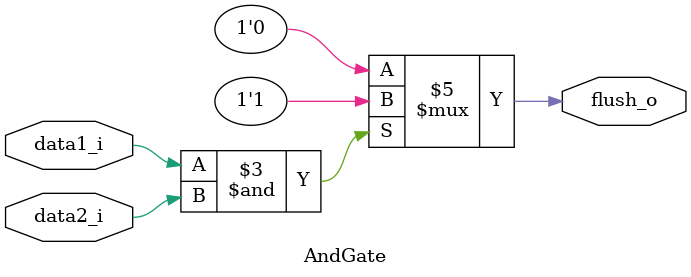
<source format=v>
module AndGate(data1_i, data2_i, flush_o);
    input data1_i, data2_i;
    output reg flush_o;

    always@(*)begin
        if(data1_i & data2_i == 1'b1)begin
            flush_o = 1'b1;
        end
        else begin
            flush_o = 1'b0;
        end
    end
endmodule
</source>
